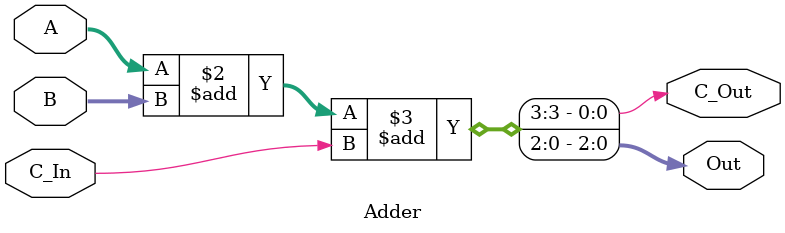
<source format=v>
module Adder (
    input [2:0] A,
    input [2:0] B,
    input C_In,
    output reg [2:0] Out,
    output reg C_Out
    );

always @(*) begin
    {C_Out, Out} = A + B + C_In;
end


endmodule

</source>
